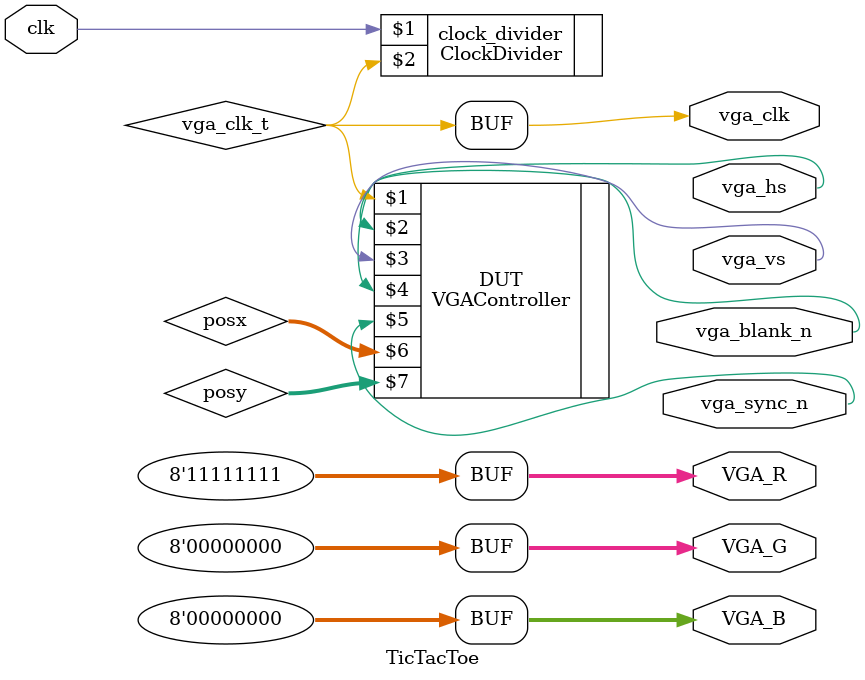
<source format=sv>
module TicTacToe(input clk,
                 output logic vga_clk, vga_sync_n, vga_blank_n, vga_vs, vga_hs,
                 output logic [7:0] VGA_R, VGA_G, VGA_B);

logic [9:0] posx, posy;
logic vga_clk_t;

ClockDivider clock_divider(clk, vga_clk_t);
VGAController DUT(vga_clk_t, vga_hs, vga_vs, vga_blank_n, vga_sync_n, posx, posy);

assign vga_clk = vga_clk_t;
assign VGA_R = 8'hff;
assign VGA_G = 8'h00;
assign VGA_B = 8'h00;

endmodule // TicTacToe

</source>
